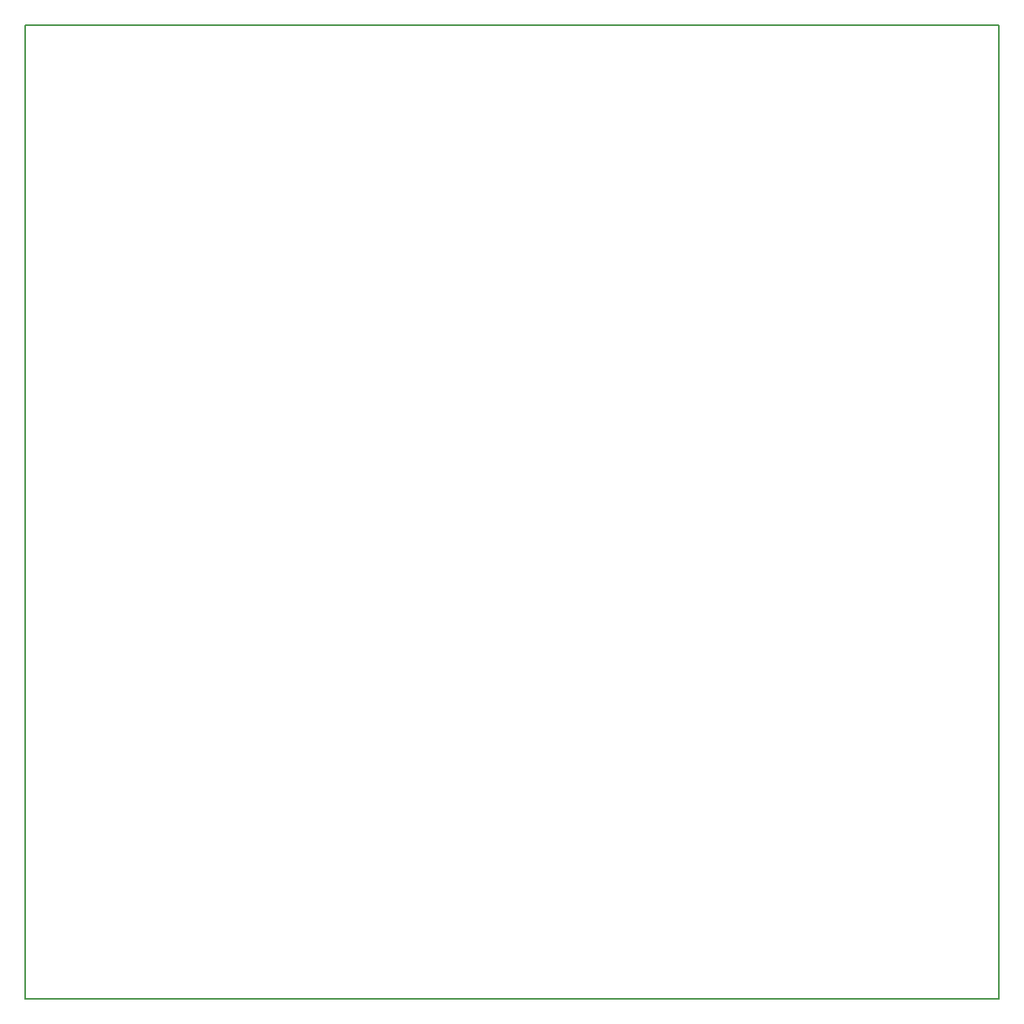
<source format=gbr>
G04 #@! TF.GenerationSoftware,KiCad,Pcbnew,(5.1.5)-3*
G04 #@! TF.CreationDate,2020-06-21T17:55:31-07:00*
G04 #@! TF.ProjectId,CB030 redesign,43423033-3020-4726-9564-657369676e2e,rev?*
G04 #@! TF.SameCoordinates,Original*
G04 #@! TF.FileFunction,Profile,NP*
%FSLAX46Y46*%
G04 Gerber Fmt 4.6, Leading zero omitted, Abs format (unit mm)*
G04 Created by KiCad (PCBNEW (5.1.5)-3) date 2020-06-21 17:55:31*
%MOMM*%
%LPD*%
G04 APERTURE LIST*
%ADD10C,0.150000*%
G04 APERTURE END LIST*
D10*
X116840000Y-15240000D02*
X15240000Y-15240000D01*
X116840000Y-116840000D02*
X116840000Y-15240000D01*
X15240000Y-116840000D02*
X116840000Y-116840000D01*
X15240000Y-15240000D02*
X15240000Y-116840000D01*
M02*

</source>
